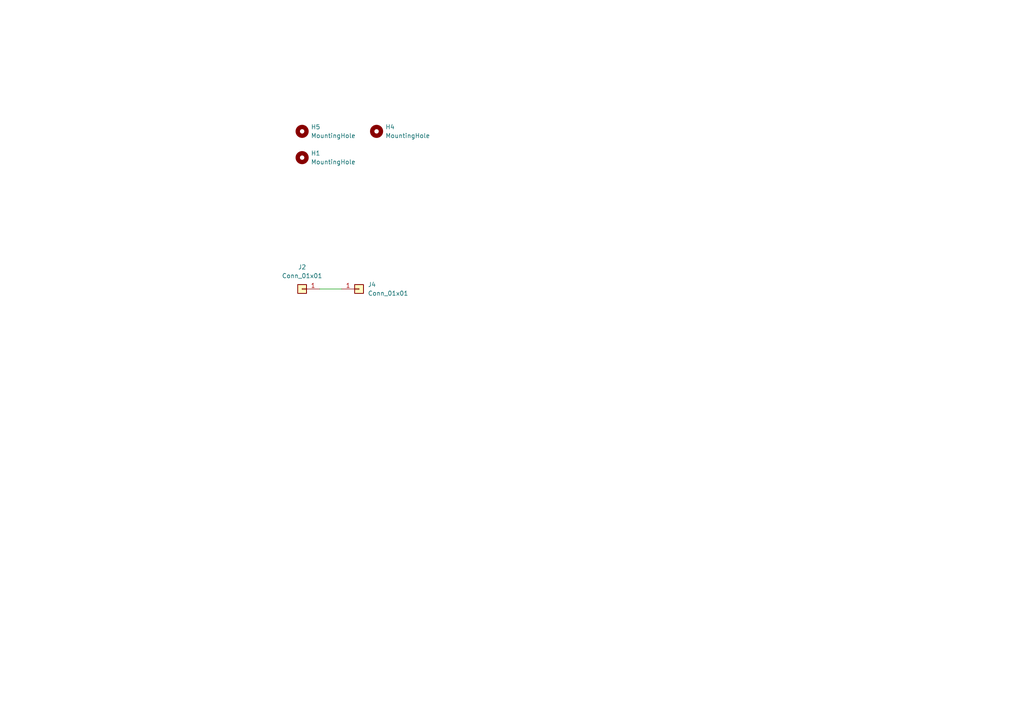
<source format=kicad_sch>
(kicad_sch (version 20211123) (generator eeschema)
  (paper "A4")
  (lib_symbols
    (symbol "Connector_Generic:Conn_01x01" (pin_names (offset 1.016) hide)
      (property "Reference" "J" (at 0 2.54 0))
      (property "Value" "Conn_01x01" (at 0 -2.54 0))
      (symbol "Conn_01x01_1_1"
        (rectangle (start -1.27 0.127) (end 0 -0.127) (stroke (width 0.1524)))
        (rectangle (start -1.27 1.27) (end 1.27 -1.27) (stroke (width 0.254)) (fill (type background)))
        (pin passive line (at -5.08 0 0) (length 3.81) (name "Pin_1") (number "1"))
      )
    )
    (symbol "Mechanical:MountingHole" (pin_names (offset 1.016))
      (property "Reference" "H" (at 0 5.08 0))
      (property "Value" "MountingHole" (at 0 3.175 0))
      (symbol "MountingHole_0_1"
        (circle (center 0 0) (radius 1.27) (stroke (width 1.27)))
      )
    )
  )
  (wire (pts (xy 92.71 83.82) (xy 99.06 83.82)))
  (symbol (lib_id "Mechanical:MountingHole") (at 87.63 45.72 0) (unit 1)
    (property "Reference" "H1" (at 90.17 44.4499 0) (effects (justify left)))
    (property "Value" "MountingHole" (at 90.17 46.9899 0) (effects (justify left)))
    (property "Footprint" "MountingHole:MountingHole_3.7mm" (effects hide))
  )
  (symbol (lib_id "Connector_Generic:Conn_01x01") (at 104.14 83.82 0) (unit 1)
    (property "Reference" "J4" (at 106.68 82.5499 0) (effects (justify left)))
    (property "Value" "Conn_01x01" (at 106.68 85.0899 0) (effects (justify left)))
    (property "Footprint" "SlidePlate:CapPlate" (effects hide))
  )
  (symbol (lib_id "Mechanical:MountingHole") (at 109.22 38.1 0) (unit 1)
    (property "Reference" "H4" (at 111.76 36.8299 0) (effects (justify left)))
    (property "Value" "MountingHole" (at 111.76 39.3699 0) (effects (justify left)))
    (property "Footprint" "MountingHole:MountingHole_3.7mm" (effects hide))
  )
  (symbol (lib_id "Mechanical:MountingHole") (at 87.63 38.1 0) (unit 1)
    (property "Reference" "H5" (at 90.17 36.8299 0) (effects (justify left)))
    (property "Value" "MountingHole" (at 90.17 39.3699 0) (effects (justify left)))
    (property "Footprint" "MountingHole:MountingHole_3.7mm" (effects hide))
  )
  (symbol (lib_id "Connector_Generic:Conn_01x01") (at 87.63 83.82 180) (unit 1)
    (property "Reference" "J2" (at 87.63 77.47 0))
    (property "Value" "Conn_01x01" (at 87.63 80.01 0))
    (property "Footprint" "SlidePlate:CapPlate" (effects hide))
  )
)
</source>
